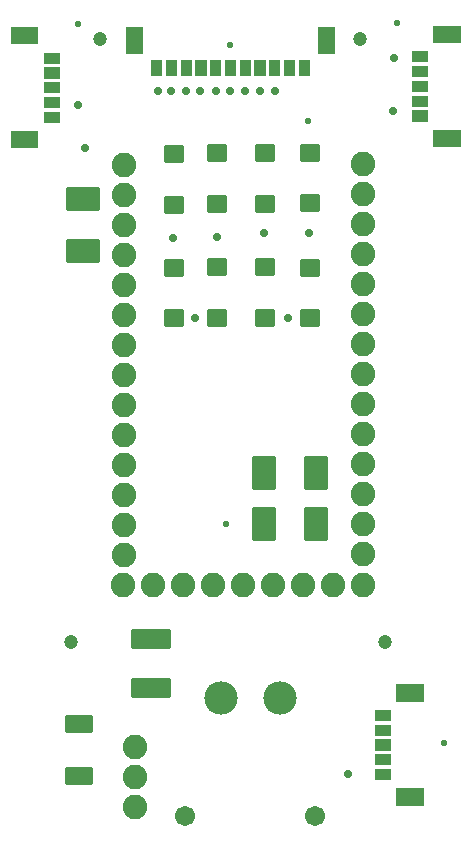
<source format=gbr>
G04 --- HEADER BEGIN --- *
G04 #@! TF.GenerationSoftware,LibrePCB,LibrePCB,1.1.0*
G04 #@! TF.CreationDate,2024-04-23T21:01:02*
G04 #@! TF.ProjectId,motherboard (Version 1),d5d7f40e-06e5-483f-b774-8957b2c1e08f,version_2*
G04 #@! TF.Part,Single*
G04 #@! TF.SameCoordinates*
G04 #@! TF.FileFunction,Soldermask,Top*
G04 #@! TF.FilePolarity,Negative*
%FSLAX66Y66*%
%MOMM*%
G01*
G75*
G04 --- HEADER END --- *
G04 --- APERTURE LIST BEGIN --- *
%ADD10C,2.0828*%
%AMROUNDEDRECT11*20,1,1.4732,-0.735,0.0,0.735,0.0,0.0*20,1,1.27,-0.8366,0.0,0.8366,0.0,0.0*1,1,0.2032,-0.735,0.635*1,1,0.2032,0.735,0.635*1,1,0.2032,0.735,-0.635*1,1,0.2032,-0.735,-0.635*%
%ADD11ROUNDEDRECT11*%
%AMROUNDEDRECT12*20,1,2.0032,-1.35,0.0,1.35,0.0,90.0*20,1,1.8,-1.4516,0.0,1.4516,0.0,90.0*1,1,0.2032,-0.9,-1.35*1,1,0.2032,-0.9,1.35*1,1,0.2032,0.9,1.35*1,1,0.2032,0.9,-1.35*%
%ADD12ROUNDEDRECT12*%
%AMROUNDEDRECT13*20,1,1.7032,-1.6,0.0,1.6,0.0,0.0*20,1,1.5,-1.7016,0.0,1.7016,0.0,0.0*1,1,0.2032,-1.6,0.75*1,1,0.2032,1.6,0.75*1,1,0.2032,1.6,-0.75*1,1,0.2032,-1.6,-0.75*%
%ADD13ROUNDEDRECT13*%
%ADD14C,0.01*%
%ADD15C,1.7112*%
%ADD16C,2.8282*%
%AMROUNDEDRECT17*20,1,1.6032,-1.05,0.0,1.05,0.0,0.0*20,1,1.4,-1.1516,0.0,1.1516,0.0,0.0*1,1,0.2032,-1.05,0.7*1,1,0.2032,1.05,0.7*1,1,0.2032,1.05,-0.7*1,1,0.2032,-1.05,-0.7*%
%ADD17ROUNDEDRECT17*%
%AMROUNDEDRECT18*20,1,2.0032,-1.35,0.0,1.35,0.0,0.0*20,1,1.8,-1.4516,0.0,1.4516,0.0,0.0*1,1,0.2032,-1.35,0.9*1,1,0.2032,1.35,0.9*1,1,0.2032,1.35,-0.9*1,1,0.2032,-1.35,-0.9*%
%ADD18ROUNDEDRECT18*%
%ADD19C,0.5532*%
%ADD20C,0.7032*%
%ADD21C,1.2032*%
G04 --- APERTURE LIST END --- *
G04 --- BOARD BEGIN --- *
D10*
G04 #@! TO.C,J6*
X13700000Y55500000D03*
X13700000Y58040000D03*
X13700000Y63120000D03*
X13700000Y52960000D03*
X13700000Y32640000D03*
X13700000Y35180000D03*
X13700000Y40260000D03*
X13700000Y45340000D03*
X13700000Y30100000D03*
X13700000Y50420000D03*
X13700000Y60580000D03*
X13700000Y37720000D03*
X13700000Y47880000D03*
X13700000Y42800000D03*
D11*
G04 #@! TO.C,D7*
X25640000Y59860000D03*
X25640000Y64160000D03*
G04 #@! TO.C,D2*
X21620000Y50190000D03*
X21620000Y54490000D03*
D12*
G04 #@! TO.C,R3*
X25550000Y32750000D03*
X29950000Y32750000D03*
D13*
G04 #@! TO.C,F1*
X16040000Y18860000D03*
X16040000Y23060000D03*
D10*
G04 #@! TO.C,J7*
X34000000Y37800000D03*
X34000000Y35260000D03*
X34000000Y30180000D03*
X34000000Y40340000D03*
X34000000Y60660000D03*
X34000000Y58120000D03*
X34000000Y53040000D03*
X34000000Y47960000D03*
X34000000Y63200000D03*
X34000000Y42880000D03*
X34000000Y32720000D03*
X34000000Y55580000D03*
X34000000Y45420000D03*
X34000000Y50500000D03*
D11*
G04 #@! TO.C,D4*
X17940000Y59810000D03*
X17940000Y64110000D03*
D14*
G04 #@! TO.C,J1*
G36*
X38093800Y71536200D02*
X38093800Y70583800D01*
X39446200Y70583800D01*
X39446200Y71536200D01*
X38093800Y71536200D01*
G37*
G36*
X39913800Y74936200D02*
X39913800Y73483800D01*
X42216200Y73483800D01*
X42216200Y74936200D01*
X39913800Y74936200D01*
G37*
G36*
X38093800Y72786200D02*
X38093800Y71833800D01*
X39446200Y71833800D01*
X39446200Y72786200D01*
X38093800Y72786200D01*
G37*
G36*
X38093800Y70286200D02*
X38093800Y69333800D01*
X39446200Y69333800D01*
X39446200Y70286200D01*
X38093800Y70286200D01*
G37*
G36*
X39913800Y66136200D02*
X39913800Y64683800D01*
X42216200Y64683800D01*
X42216200Y66136200D01*
X39913800Y66136200D01*
G37*
G36*
X38093800Y69036200D02*
X38093800Y68083800D01*
X39446200Y68083800D01*
X39446200Y69036200D01*
X38093800Y69036200D01*
G37*
G36*
X38093800Y67786200D02*
X38093800Y66833800D01*
X39446200Y66833800D01*
X39446200Y67786200D01*
X38093800Y67786200D01*
G37*
G04 #@! TO.C,J3*
G36*
X24763800Y70703800D02*
X25716200Y70703800D01*
X25716200Y72056200D01*
X24763800Y72056200D01*
X24763800Y70703800D01*
G37*
G36*
X23513800Y70703800D02*
X24466200Y70703800D01*
X24466200Y72056200D01*
X23513800Y72056200D01*
X23513800Y70703800D01*
G37*
G36*
X28513800Y70703800D02*
X29466200Y70703800D01*
X29466200Y72056200D01*
X28513800Y72056200D01*
X28513800Y70703800D01*
G37*
G36*
X19763800Y70703800D02*
X20716200Y70703800D01*
X20716200Y72056200D01*
X19763800Y72056200D01*
X19763800Y70703800D01*
G37*
G36*
X17263800Y70703800D02*
X18216200Y70703800D01*
X18216200Y72056200D01*
X17263800Y72056200D01*
X17263800Y70703800D01*
G37*
G36*
X21013800Y70703800D02*
X21966200Y70703800D01*
X21966200Y72056200D01*
X21013800Y72056200D01*
X21013800Y70703800D01*
G37*
G36*
X13863800Y72523800D02*
X15316200Y72523800D01*
X15316200Y74826200D01*
X13863800Y74826200D01*
X13863800Y72523800D01*
G37*
G36*
X18513800Y70703800D02*
X19466200Y70703800D01*
X19466200Y72056200D01*
X18513800Y72056200D01*
X18513800Y70703800D01*
G37*
G36*
X27263800Y70703800D02*
X28216200Y70703800D01*
X28216200Y72056200D01*
X27263800Y72056200D01*
X27263800Y70703800D01*
G37*
G36*
X26013800Y70703800D02*
X26966200Y70703800D01*
X26966200Y72056200D01*
X26013800Y72056200D01*
X26013800Y70703800D01*
G37*
G36*
X22263800Y70703800D02*
X23216200Y70703800D01*
X23216200Y72056200D01*
X22263800Y72056200D01*
X22263800Y70703800D01*
G37*
G36*
X30163800Y72523800D02*
X31616200Y72523800D01*
X31616200Y74826200D01*
X30163800Y74826200D01*
X30163800Y72523800D01*
G37*
G36*
X16013800Y70703800D02*
X16966200Y70703800D01*
X16966200Y72056200D01*
X16013800Y72056200D01*
X16013800Y70703800D01*
G37*
G04 #@! TO.C,J2*
G36*
X8306200Y67963800D02*
X8306200Y68916200D01*
X6953800Y68916200D01*
X6953800Y67963800D01*
X8306200Y67963800D01*
G37*
G36*
X6486200Y64563800D02*
X6486200Y66016200D01*
X4183800Y66016200D01*
X4183800Y64563800D01*
X6486200Y64563800D01*
G37*
G36*
X8306200Y66713800D02*
X8306200Y67666200D01*
X6953800Y67666200D01*
X6953800Y66713800D01*
X8306200Y66713800D01*
G37*
G36*
X8306200Y69213800D02*
X8306200Y70166200D01*
X6953800Y70166200D01*
X6953800Y69213800D01*
X8306200Y69213800D01*
G37*
G36*
X6486200Y73363800D02*
X6486200Y74816200D01*
X4183800Y74816200D01*
X4183800Y73363800D01*
X6486200Y73363800D01*
G37*
G36*
X8306200Y70463800D02*
X8306200Y71416200D01*
X6953800Y71416200D01*
X6953800Y70463800D01*
X8306200Y70463800D01*
G37*
G36*
X8306200Y71713800D02*
X8306200Y72666200D01*
X6953800Y72666200D01*
X6953800Y71713800D01*
X8306200Y71713800D01*
G37*
D11*
G04 #@! TO.C,D3*
X21640000Y59860000D03*
X21640000Y64160000D03*
D10*
G04 #@! TO.C,J8*
X23840000Y27600000D03*
X31460000Y27600000D03*
X28920000Y27600000D03*
X21300000Y27600000D03*
X34000000Y27600000D03*
X26380000Y27600000D03*
X18760000Y27600000D03*
X16220000Y27600000D03*
X13680000Y27600000D03*
D11*
G04 #@! TO.C,D9*
X29440000Y50160000D03*
X29440000Y54460000D03*
D14*
G04 #@! TO.C,J5*
G36*
X34973800Y15776200D02*
X34973800Y14823800D01*
X36326200Y14823800D01*
X36326200Y15776200D01*
X34973800Y15776200D01*
G37*
G36*
X36793800Y19176200D02*
X36793800Y17723800D01*
X39096200Y17723800D01*
X39096200Y19176200D01*
X36793800Y19176200D01*
G37*
G36*
X34973800Y17026200D02*
X34973800Y16073800D01*
X36326200Y16073800D01*
X36326200Y17026200D01*
X34973800Y17026200D01*
G37*
G36*
X34973800Y14526200D02*
X34973800Y13573800D01*
X36326200Y13573800D01*
X36326200Y14526200D01*
X34973800Y14526200D01*
G37*
G36*
X36793800Y10376200D02*
X36793800Y8923800D01*
X39096200Y8923800D01*
X39096200Y10376200D01*
X36793800Y10376200D01*
G37*
G36*
X34973800Y13276200D02*
X34973800Y12323800D01*
X36326200Y12323800D01*
X36326200Y13276200D01*
X34973800Y13276200D01*
G37*
G36*
X34973800Y12026200D02*
X34973800Y11073800D01*
X36326200Y11073800D01*
X36326200Y12026200D01*
X34973800Y12026200D01*
G37*
D15*
G04 #@! TO.C,J4*
X29900000Y8060000D03*
X18900000Y8060000D03*
D16*
X21900000Y18060000D03*
X26900000Y18060000D03*
D11*
G04 #@! TO.C,D8*
X29440000Y59910000D03*
X29440000Y64210000D03*
D10*
G04 #@! TO.C,S1*
X14680000Y11350000D03*
X14680000Y13890000D03*
X14680000Y8810000D03*
D12*
G04 #@! TO.C,R2*
X29950000Y37070000D03*
X25550000Y37070000D03*
D11*
G04 #@! TO.C,D5*
X17940000Y50160000D03*
X17940000Y54460000D03*
G04 #@! TO.C,D6*
X25640000Y50210000D03*
X25640000Y54510000D03*
D17*
G04 #@! TO.C,D1*
X9950000Y15800000D03*
X9950000Y11400000D03*
D18*
G04 #@! TO.C,R1*
X10250000Y55910000D03*
X10250000Y60310000D03*
D19*
G04 #@! TD*
X22700000Y73300000D03*
D20*
X9800000Y68200000D03*
X29400000Y57400000D03*
D19*
X40800000Y14200000D03*
D20*
X24000000Y69400000D03*
X19000000Y69400000D03*
X17700000Y69400000D03*
D19*
X29300000Y66900000D03*
D20*
X21500000Y69400000D03*
X17900000Y57000000D03*
X20200000Y69400000D03*
D19*
X36800000Y75200000D03*
X9800000Y75100000D03*
D20*
X21600000Y57100000D03*
X10400000Y64600000D03*
X32700000Y11600000D03*
X25200000Y69400000D03*
D19*
X22400000Y32800000D03*
D20*
X22700000Y69400000D03*
X27600000Y50200000D03*
X19700000Y50200000D03*
X36500000Y67700000D03*
X36600000Y72200000D03*
X25600000Y57400000D03*
X26500000Y69400000D03*
X16600000Y69400000D03*
D21*
X33700000Y73800000D03*
X9200000Y22800000D03*
X35800000Y22800000D03*
X11700000Y73800000D03*
G04 --- BOARD END --- *
G04 #@! TF.MD5,da992f8af412175f6300ea40696d49df*
M02*

</source>
